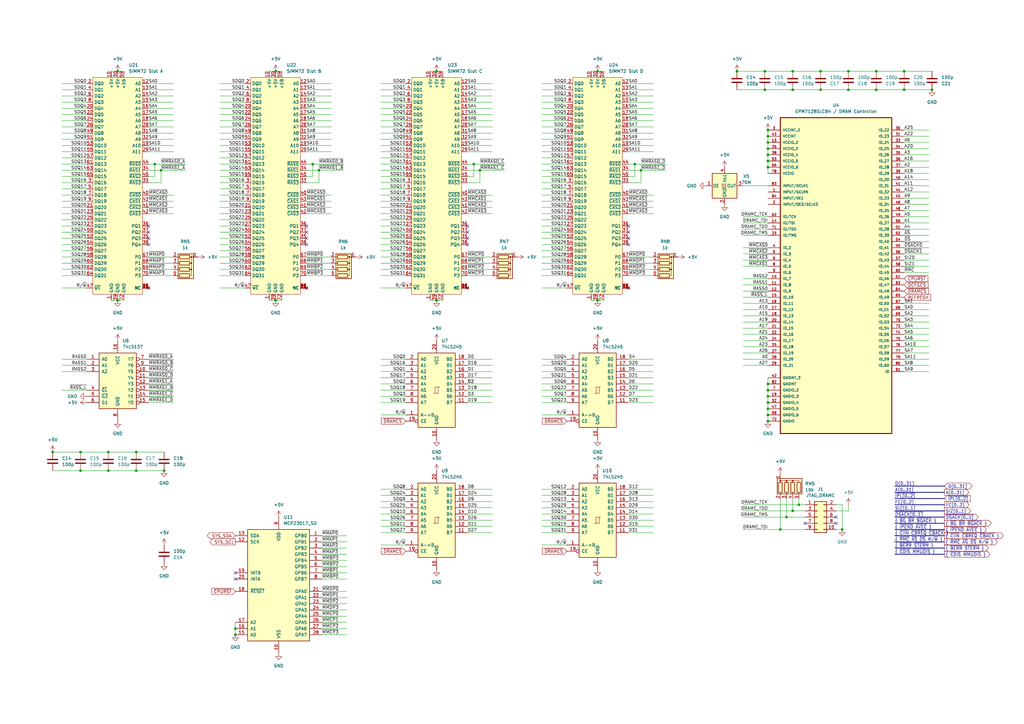
<source format=kicad_sch>
(kicad_sch (version 20230121) (generator eeschema)
  (paper "A3")
  (junction (at 325.12 209.55))
  (junction (at 314.96 58.42))
  (junction (at 179.07 29.21))
  (junction (at 48.26 123.19))
  (junction (at 67.31 193.04))
  (junction (at 96.52 257.81))
  (junction (at 314.96 165.1))
  (junction (at 130.81 69.85))
  (junction (at 382.27 36.83))
  (junction (at 196.85 69.85))
  (junction (at 113.03 123.19))
  (junction (at 314.96 66.04))
  (junction (at 128.27 67.31))
  (junction (at 113.03 29.21))
  (junction (at 314.96 60.96))
  (junction (at 336.55 29.21))
  (junction (at 194.31 67.31))
  (junction (at 314.96 53.34))
  (junction (at 327.66 207.01))
  (junction (at 262.89 69.85))
  (junction (at 320.04 217.17))
  (junction (at 314.96 55.88))
  (junction (at 314.96 63.5))
  (junction (at 314.96 157.48))
  (junction (at 96.52 260.35))
  (junction (at 359.41 36.83))
  (junction (at 33.02 185.42))
  (junction (at 314.96 160.02))
  (junction (at 325.12 36.83))
  (junction (at 21.59 185.42))
  (junction (at 245.11 29.21))
  (junction (at 66.04 69.85))
  (junction (at 314.96 162.56))
  (junction (at 347.98 36.83))
  (junction (at 314.96 167.64))
  (junction (at 302.26 29.21))
  (junction (at 313.69 29.21))
  (junction (at 63.5 67.31))
  (junction (at 325.12 29.21))
  (junction (at 55.88 185.42))
  (junction (at 48.26 29.21))
  (junction (at 314.96 170.18))
  (junction (at 260.35 67.31))
  (junction (at 245.11 123.19))
  (junction (at 322.58 212.09))
  (junction (at 370.84 36.83))
  (junction (at 359.41 29.21))
  (junction (at 345.44 217.17))
  (junction (at 347.98 29.21))
  (junction (at 314.96 68.58))
  (junction (at 314.96 172.72))
  (junction (at 336.55 36.83))
  (junction (at 44.45 185.42))
  (junction (at 370.84 29.21))
  (junction (at 55.88 193.04))
  (junction (at 179.07 123.19))
  (junction (at 313.69 36.83))
  (junction (at 44.45 193.04))
  (junction (at 33.02 193.04))
  (no_connect (at 191.77 100.33))
  (no_connect (at 330.2 214.63))
  (no_connect (at 125.73 118.11))
  (no_connect (at 60.96 95.25))
  (no_connect (at 257.81 95.25))
  (no_connect (at 257.81 92.71))
  (no_connect (at 60.96 92.71))
  (no_connect (at 191.77 92.71))
  (no_connect (at 125.73 92.71))
  (no_connect (at 125.73 97.79))
  (no_connect (at 125.73 100.33))
  (no_connect (at 191.77 97.79))
  (no_connect (at 60.96 97.79))
  (no_connect (at 257.81 118.11))
  (no_connect (at 342.9 212.09))
  (no_connect (at 60.96 118.11))
  (no_connect (at 60.96 100.33))
  (no_connect (at 96.52 237.49))
  (no_connect (at 191.77 95.25))
  (no_connect (at 96.52 234.95))
  (no_connect (at 342.9 214.63))
  (no_connect (at 125.73 95.25))
  (no_connect (at 191.77 118.11))
  (no_connect (at 257.81 97.79))
  (no_connect (at 257.81 100.33))
  (wire (pts (xy 304.8 139.7) (xy 314.96 139.7)))
  (wire (pts (xy 347.98 209.55) (xy 342.9 209.55)))
  (wire (pts (xy 90.17 105.41) (xy 100.33 105.41)))
  (wire (pts (xy 222.25 113.03) (xy 232.41 113.03)))
  (wire (pts (xy 257.81 72.39) (xy 260.35 72.39)))
  (wire (pts (xy 191.77 36.83) (xy 201.93 36.83)))
  (wire (pts (xy 125.73 57.15) (xy 135.89 57.15)))
  (wire (pts (xy 128.27 72.39) (xy 128.27 67.31)))
  (wire (pts (xy 314.96 165.1) (xy 314.96 167.64)))
  (wire (pts (xy 156.21 72.39) (xy 166.37 72.39)))
  (wire (pts (xy 156.21 170.18) (xy 166.37 170.18)))
  (wire (pts (xy 125.73 39.37) (xy 135.89 39.37)))
  (wire (pts (xy 327.66 207.01) (xy 330.2 207.01)))
  (bus (pts (xy 367.03 199.39) (xy 387.35 199.39)))
  (bus (pts (xy 367.03 219.71) (xy 387.35 219.71)))
  (wire (pts (xy 90.17 69.85) (xy 100.33 69.85)))
  (wire (pts (xy 132.08 237.49) (xy 142.24 237.49)))
  (wire (pts (xy 304.8 144.78) (xy 314.96 144.78)))
  (wire (pts (xy 304.8 209.55) (xy 325.12 209.55)))
  (wire (pts (xy 222.25 41.91) (xy 232.41 41.91)))
  (wire (pts (xy 45.72 29.21) (xy 48.26 29.21)))
  (wire (pts (xy 381 93.98) (xy 370.84 93.98)))
  (wire (pts (xy 60.96 147.32) (xy 71.12 147.32)))
  (wire (pts (xy 314.96 154.94) (xy 314.96 157.48)))
  (wire (pts (xy 25.4 87.63) (xy 35.56 87.63)))
  (wire (pts (xy 176.53 29.21) (xy 179.07 29.21)))
  (wire (pts (xy 132.08 242.57) (xy 142.24 242.57)))
  (wire (pts (xy 222.25 215.9) (xy 232.41 215.9)))
  (wire (pts (xy 156.21 85.09) (xy 166.37 85.09)))
  (wire (pts (xy 222.25 213.36) (xy 232.41 213.36)))
  (wire (pts (xy 267.97 200.66) (xy 257.81 200.66)))
  (wire (pts (xy 222.25 44.45) (xy 232.41 44.45)))
  (wire (pts (xy 304.8 124.46) (xy 314.96 124.46)))
  (wire (pts (xy 381 73.66) (xy 370.84 73.66)))
  (wire (pts (xy 66.04 74.93) (xy 60.96 74.93)))
  (wire (pts (xy 222.25 223.52) (xy 232.41 223.52)))
  (wire (pts (xy 222.25 64.77) (xy 232.41 64.77)))
  (wire (pts (xy 222.25 97.79) (xy 232.41 97.79)))
  (wire (pts (xy 381 63.5) (xy 370.84 63.5)))
  (bus (pts (xy 367.03 207.01) (xy 387.35 207.01)))
  (wire (pts (xy 156.21 223.52) (xy 166.37 223.52)))
  (wire (pts (xy 60.96 105.41) (xy 71.12 105.41)))
  (wire (pts (xy 60.96 160.02) (xy 71.12 160.02)))
  (wire (pts (xy 314.96 66.04) (xy 314.96 68.58)))
  (wire (pts (xy 35.56 160.02) (xy 25.4 160.02)))
  (wire (pts (xy 125.73 72.39) (xy 128.27 72.39)))
  (wire (pts (xy 125.73 44.45) (xy 135.89 44.45)))
  (wire (pts (xy 60.96 39.37) (xy 71.12 39.37)))
  (wire (pts (xy 257.81 105.41) (xy 267.97 105.41)))
  (wire (pts (xy 267.97 213.36) (xy 257.81 213.36)))
  (wire (pts (xy 25.4 41.91) (xy 35.56 41.91)))
  (wire (pts (xy 267.97 165.1) (xy 257.81 165.1)))
  (wire (pts (xy 156.21 215.9) (xy 166.37 215.9)))
  (wire (pts (xy 156.21 102.87) (xy 166.37 102.87)))
  (wire (pts (xy 201.93 162.56) (xy 191.77 162.56)))
  (wire (pts (xy 90.17 107.95) (xy 100.33 107.95)))
  (wire (pts (xy 90.17 62.23) (xy 100.33 62.23)))
  (wire (pts (xy 345.44 207.01) (xy 345.44 217.17)))
  (wire (pts (xy 222.25 59.69) (xy 232.41 59.69)))
  (wire (pts (xy 191.77 72.39) (xy 194.31 72.39)))
  (wire (pts (xy 110.49 123.19) (xy 113.03 123.19)))
  (wire (pts (xy 336.55 29.21) (xy 347.98 29.21)))
  (wire (pts (xy 325.12 204.47) (xy 325.12 209.55)))
  (wire (pts (xy 257.81 59.69) (xy 267.97 59.69)))
  (wire (pts (xy 132.08 250.19) (xy 142.24 250.19)))
  (wire (pts (xy 125.73 105.41) (xy 135.89 105.41)))
  (wire (pts (xy 60.96 36.83) (xy 71.12 36.83)))
  (bus (pts (xy 367.03 201.93) (xy 387.35 201.93)))
  (wire (pts (xy 222.25 67.31) (xy 232.41 67.31)))
  (bus (pts (xy 367.03 227.33) (xy 387.35 227.33)))
  (wire (pts (xy 90.17 52.07) (xy 100.33 52.07)))
  (wire (pts (xy 156.21 165.1) (xy 166.37 165.1)))
  (wire (pts (xy 156.21 57.15) (xy 166.37 57.15)))
  (wire (pts (xy 60.96 87.63) (xy 71.12 87.63)))
  (wire (pts (xy 132.08 234.95) (xy 142.24 234.95)))
  (wire (pts (xy 194.31 67.31) (xy 207.01 67.31)))
  (wire (pts (xy 222.25 39.37) (xy 232.41 39.37)))
  (wire (pts (xy 25.4 90.17) (xy 35.56 90.17)))
  (wire (pts (xy 132.08 257.81) (xy 142.24 257.81)))
  (wire (pts (xy 90.17 82.55) (xy 100.33 82.55)))
  (wire (pts (xy 156.21 213.36) (xy 166.37 213.36)))
  (wire (pts (xy 267.97 162.56) (xy 257.81 162.56)))
  (wire (pts (xy 245.11 123.19) (xy 247.65 123.19)))
  (wire (pts (xy 60.96 82.55) (xy 71.12 82.55)))
  (wire (pts (xy 125.73 87.63) (xy 135.89 87.63)))
  (wire (pts (xy 257.81 52.07) (xy 267.97 52.07)))
  (wire (pts (xy 191.77 57.15) (xy 201.93 57.15)))
  (wire (pts (xy 267.97 147.32) (xy 257.81 147.32)))
  (wire (pts (xy 156.21 59.69) (xy 166.37 59.69)))
  (wire (pts (xy 25.4 36.83) (xy 35.56 36.83)))
  (wire (pts (xy 222.25 74.93) (xy 232.41 74.93)))
  (wire (pts (xy 125.73 54.61) (xy 135.89 54.61)))
  (wire (pts (xy 25.4 113.03) (xy 35.56 113.03)))
  (wire (pts (xy 156.21 46.99) (xy 166.37 46.99)))
  (wire (pts (xy 96.52 257.81) (xy 96.52 260.35)))
  (wire (pts (xy 90.17 85.09) (xy 100.33 85.09)))
  (wire (pts (xy 156.21 44.45) (xy 166.37 44.45)))
  (wire (pts (xy 381 86.36) (xy 370.84 86.36)))
  (wire (pts (xy 314.96 58.42) (xy 314.96 60.96)))
  (wire (pts (xy 156.21 49.53) (xy 166.37 49.53)))
  (wire (pts (xy 25.4 102.87) (xy 35.56 102.87)))
  (wire (pts (xy 191.77 49.53) (xy 201.93 49.53)))
  (wire (pts (xy 257.81 82.55) (xy 267.97 82.55)))
  (wire (pts (xy 222.25 62.23) (xy 232.41 62.23)))
  (wire (pts (xy 201.93 147.32) (xy 191.77 147.32)))
  (wire (pts (xy 67.31 193.04) (xy 55.88 193.04)))
  (wire (pts (xy 381 104.14) (xy 370.84 104.14)))
  (wire (pts (xy 381 83.82) (xy 370.84 83.82)))
  (wire (pts (xy 156.21 208.28) (xy 166.37 208.28)))
  (wire (pts (xy 222.25 105.41) (xy 232.41 105.41)))
  (wire (pts (xy 60.96 52.07) (xy 71.12 52.07)))
  (wire (pts (xy 156.21 110.49) (xy 166.37 110.49)))
  (wire (pts (xy 90.17 41.91) (xy 100.33 41.91)))
  (wire (pts (xy 342.9 217.17) (xy 345.44 217.17)))
  (wire (pts (xy 125.73 67.31) (xy 128.27 67.31)))
  (wire (pts (xy 314.96 101.6) (xy 304.8 101.6)))
  (wire (pts (xy 222.25 152.4) (xy 232.41 152.4)))
  (wire (pts (xy 267.97 160.02) (xy 257.81 160.02)))
  (wire (pts (xy 191.77 41.91) (xy 201.93 41.91)))
  (wire (pts (xy 370.84 127) (xy 381 127)))
  (wire (pts (xy 25.4 82.55) (xy 35.56 82.55)))
  (wire (pts (xy 267.97 203.2) (xy 257.81 203.2)))
  (wire (pts (xy 314.96 106.68) (xy 304.8 106.68)))
  (wire (pts (xy 125.73 107.95) (xy 135.89 107.95)))
  (wire (pts (xy 257.81 107.95) (xy 267.97 107.95)))
  (wire (pts (xy 66.04 69.85) (xy 66.04 74.93)))
  (wire (pts (xy 55.88 193.04) (xy 44.45 193.04)))
  (wire (pts (xy 257.81 39.37) (xy 267.97 39.37)))
  (wire (pts (xy 60.96 154.94) (xy 71.12 154.94)))
  (wire (pts (xy 222.25 200.66) (xy 232.41 200.66)))
  (wire (pts (xy 60.96 110.49) (xy 71.12 110.49)))
  (wire (pts (xy 156.21 36.83) (xy 166.37 36.83)))
  (wire (pts (xy 381 111.76) (xy 370.84 111.76)))
  (wire (pts (xy 125.73 59.69) (xy 135.89 59.69)))
  (wire (pts (xy 25.4 46.99) (xy 35.56 46.99)))
  (wire (pts (xy 25.4 54.61) (xy 35.56 54.61)))
  (wire (pts (xy 222.25 170.18) (xy 232.41 170.18)))
  (wire (pts (xy 370.84 144.78) (xy 381 144.78)))
  (wire (pts (xy 35.56 149.86) (xy 25.4 149.86)))
  (wire (pts (xy 156.21 92.71) (xy 166.37 92.71)))
  (wire (pts (xy 304.8 142.24) (xy 314.96 142.24)))
  (wire (pts (xy 90.17 80.01) (xy 100.33 80.01)))
  (wire (pts (xy 267.97 208.28) (xy 257.81 208.28)))
  (wire (pts (xy 25.4 80.01) (xy 35.56 80.01)))
  (wire (pts (xy 304.8 207.01) (xy 327.66 207.01)))
  (wire (pts (xy 90.17 87.63) (xy 100.33 87.63)))
  (wire (pts (xy 130.81 69.85) (xy 140.97 69.85)))
  (wire (pts (xy 156.21 54.61) (xy 166.37 54.61)))
  (wire (pts (xy 381 58.42) (xy 370.84 58.42)))
  (wire (pts (xy 201.93 215.9) (xy 191.77 215.9)))
  (wire (pts (xy 314.96 170.18) (xy 314.96 172.72)))
  (wire (pts (xy 191.77 44.45) (xy 201.93 44.45)))
  (wire (pts (xy 90.17 54.61) (xy 100.33 54.61)))
  (wire (pts (xy 314.96 55.88) (xy 314.96 58.42)))
  (wire (pts (xy 130.81 74.93) (xy 125.73 74.93)))
  (wire (pts (xy 156.21 113.03) (xy 166.37 113.03)))
  (wire (pts (xy 90.17 102.87) (xy 100.33 102.87)))
  (wire (pts (xy 257.81 34.29) (xy 267.97 34.29)))
  (wire (pts (xy 201.93 165.1) (xy 191.77 165.1)))
  (wire (pts (xy 132.08 245.11) (xy 142.24 245.11)))
  (wire (pts (xy 381 101.6) (xy 370.84 101.6)))
  (wire (pts (xy 325.12 36.83) (xy 313.69 36.83)))
  (wire (pts (xy 191.77 39.37) (xy 201.93 39.37)))
  (wire (pts (xy 382.27 36.83) (xy 370.84 36.83)))
  (wire (pts (xy 304.8 129.54) (xy 314.96 129.54)))
  (wire (pts (xy 322.58 204.47) (xy 322.58 212.09)))
  (wire (pts (xy 381 53.34) (xy 370.84 53.34)))
  (wire (pts (xy 304.8 88.9) (xy 314.96 88.9)))
  (wire (pts (xy 314.96 157.48) (xy 314.96 160.02)))
  (wire (pts (xy 125.73 69.85) (xy 130.81 69.85)))
  (bus (pts (xy 367.03 209.55) (xy 387.35 209.55)))
  (wire (pts (xy 257.81 69.85) (xy 262.89 69.85)))
  (wire (pts (xy 314.96 119.38) (xy 304.8 119.38)))
  (wire (pts (xy 257.81 36.83) (xy 267.97 36.83)))
  (wire (pts (xy 304.8 96.52) (xy 314.96 96.52)))
  (wire (pts (xy 257.81 113.03) (xy 267.97 113.03)))
  (wire (pts (xy 60.96 41.91) (xy 71.12 41.91)))
  (wire (pts (xy 222.25 54.61) (xy 232.41 54.61)))
  (wire (pts (xy 201.93 200.66) (xy 191.77 200.66)))
  (wire (pts (xy 90.17 74.93) (xy 100.33 74.93)))
  (wire (pts (xy 257.81 110.49) (xy 267.97 110.49)))
  (wire (pts (xy 257.81 87.63) (xy 267.97 87.63)))
  (wire (pts (xy 381 99.06) (xy 370.84 99.06)))
  (wire (pts (xy 262.89 69.85) (xy 273.05 69.85)))
  (wire (pts (xy 156.21 62.23) (xy 166.37 62.23)))
  (wire (pts (xy 55.88 185.42) (xy 67.31 185.42)))
  (wire (pts (xy 25.4 95.25) (xy 35.56 95.25)))
  (wire (pts (xy 156.21 118.11) (xy 166.37 118.11)))
  (wire (pts (xy 60.96 49.53) (xy 71.12 49.53)))
  (wire (pts (xy 156.21 64.77) (xy 166.37 64.77)))
  (wire (pts (xy 60.96 113.03) (xy 71.12 113.03)))
  (wire (pts (xy 110.49 29.21) (xy 113.03 29.21)))
  (wire (pts (xy 90.17 90.17) (xy 100.33 90.17)))
  (wire (pts (xy 90.17 92.71) (xy 100.33 92.71)))
  (wire (pts (xy 201.93 149.86) (xy 191.77 149.86)))
  (wire (pts (xy 191.77 107.95) (xy 201.93 107.95)))
  (bus (pts (xy 367.03 212.09) (xy 387.35 212.09)))
  (wire (pts (xy 25.4 44.45) (xy 35.56 44.45)))
  (wire (pts (xy 156.21 87.63) (xy 166.37 87.63)))
  (wire (pts (xy 381 109.22) (xy 370.84 109.22)))
  (wire (pts (xy 96.52 255.27) (xy 96.52 257.81)))
  (wire (pts (xy 156.21 97.79) (xy 166.37 97.79)))
  (wire (pts (xy 267.97 157.48) (xy 257.81 157.48)))
  (wire (pts (xy 156.21 160.02) (xy 166.37 160.02)))
  (wire (pts (xy 25.4 74.93) (xy 35.56 74.93)))
  (wire (pts (xy 304.8 134.62) (xy 314.96 134.62)))
  (wire (pts (xy 191.77 52.07) (xy 201.93 52.07)))
  (wire (pts (xy 342.9 207.01) (xy 345.44 207.01)))
  (wire (pts (xy 113.03 123.19) (xy 115.57 123.19)))
  (wire (pts (xy 44.45 193.04) (xy 33.02 193.04)))
  (bus (pts (xy 367.03 217.17) (xy 387.35 217.17)))
  (wire (pts (xy 125.73 110.49) (xy 135.89 110.49)))
  (wire (pts (xy 222.25 72.39) (xy 232.41 72.39)))
  (wire (pts (xy 90.17 49.53) (xy 100.33 49.53)))
  (wire (pts (xy 314.96 68.58) (xy 314.96 71.12)))
  (wire (pts (xy 222.25 157.48) (xy 232.41 157.48)))
  (wire (pts (xy 125.73 36.83) (xy 135.89 36.83)))
  (wire (pts (xy 132.08 219.71) (xy 142.24 219.71)))
  (wire (pts (xy 90.17 97.79) (xy 100.33 97.79)))
  (wire (pts (xy 222.25 154.94) (xy 232.41 154.94)))
  (wire (pts (xy 132.08 222.25) (xy 142.24 222.25)))
  (wire (pts (xy 90.17 118.11) (xy 100.33 118.11)))
  (wire (pts (xy 222.25 52.07) (xy 232.41 52.07)))
  (wire (pts (xy 381 106.68) (xy 370.84 106.68)))
  (wire (pts (xy 191.77 80.01) (xy 201.93 80.01)))
  (wire (pts (xy 191.77 62.23) (xy 201.93 62.23)))
  (wire (pts (xy 381 60.96) (xy 370.84 60.96)))
  (wire (pts (xy 21.59 185.42) (xy 33.02 185.42)))
  (wire (pts (xy 257.81 74.93) (xy 262.89 74.93)))
  (wire (pts (xy 257.81 67.31) (xy 260.35 67.31)))
  (wire (pts (xy 191.77 110.49) (xy 201.93 110.49)))
  (wire (pts (xy 267.97 215.9) (xy 257.81 215.9)))
  (wire (pts (xy 196.85 74.93) (xy 196.85 69.85)))
  (wire (pts (xy 314.96 60.96) (xy 314.96 63.5)))
  (wire (pts (xy 381 71.12) (xy 370.84 71.12)))
  (wire (pts (xy 267.97 210.82) (xy 257.81 210.82)))
  (wire (pts (xy 132.08 247.65) (xy 142.24 247.65)))
  (wire (pts (xy 222.25 92.71) (xy 232.41 92.71)))
  (wire (pts (xy 222.25 100.33) (xy 232.41 100.33)))
  (wire (pts (xy 201.93 154.94) (xy 191.77 154.94)))
  (wire (pts (xy 25.4 69.85) (xy 35.56 69.85)))
  (wire (pts (xy 90.17 95.25) (xy 100.33 95.25)))
  (wire (pts (xy 370.84 134.62) (xy 381 134.62)))
  (wire (pts (xy 156.21 218.44) (xy 166.37 218.44)))
  (wire (pts (xy 90.17 39.37) (xy 100.33 39.37)))
  (wire (pts (xy 327.66 204.47) (xy 327.66 207.01)))
  (wire (pts (xy 60.96 46.99) (xy 71.12 46.99)))
  (wire (pts (xy 25.4 107.95) (xy 35.56 107.95)))
  (wire (pts (xy 191.77 69.85) (xy 196.85 69.85)))
  (wire (pts (xy 222.25 110.49) (xy 232.41 110.49)))
  (wire (pts (xy 325.12 29.21) (xy 336.55 29.21)))
  (wire (pts (xy 25.4 52.07) (xy 35.56 52.07)))
  (wire (pts (xy 63.5 67.31) (xy 76.2 67.31)))
  (wire (pts (xy 260.35 72.39) (xy 260.35 67.31)))
  (wire (pts (xy 48.26 29.21) (xy 50.8 29.21)))
  (wire (pts (xy 313.69 29.21) (xy 325.12 29.21)))
  (wire (pts (xy 191.77 82.55) (xy 201.93 82.55)))
  (wire (pts (xy 125.73 34.29) (xy 135.89 34.29)))
  (wire (pts (xy 370.84 36.83) (xy 359.41 36.83)))
  (wire (pts (xy 156.21 210.82) (xy 166.37 210.82)))
  (wire (pts (xy 381 55.88) (xy 370.84 55.88)))
  (wire (pts (xy 60.96 67.31) (xy 63.5 67.31)))
  (wire (pts (xy 90.17 57.15) (xy 100.33 57.15)))
  (wire (pts (xy 359.41 29.21) (xy 370.84 29.21)))
  (wire (pts (xy 156.21 105.41) (xy 166.37 105.41)))
  (wire (pts (xy 125.73 46.99) (xy 135.89 46.99)))
  (wire (pts (xy 257.81 62.23) (xy 267.97 62.23)))
  (wire (pts (xy 257.81 57.15) (xy 267.97 57.15)))
  (wire (pts (xy 191.77 87.63) (xy 201.93 87.63)))
  (wire (pts (xy 90.17 100.33) (xy 100.33 100.33)))
  (wire (pts (xy 90.17 36.83) (xy 100.33 36.83)))
  (wire (pts (xy 222.25 218.44) (xy 232.41 218.44)))
  (wire (pts (xy 262.89 74.93) (xy 262.89 69.85)))
  (bus (pts (xy 367.03 214.63) (xy 387.35 214.63)))
  (wire (pts (xy 304.8 91.44) (xy 314.96 91.44)))
  (wire (pts (xy 156.21 152.4) (xy 166.37 152.4)))
  (wire (pts (xy 201.93 210.82) (xy 191.77 210.82)))
  (wire (pts (xy 48.26 123.19) (xy 50.8 123.19)))
  (wire (pts (xy 179.07 29.21) (xy 181.61 29.21)))
  (wire (pts (xy 304.8 127) (xy 314.96 127)))
  (wire (pts (xy 25.4 62.23) (xy 35.56 62.23)))
  (wire (pts (xy 60.96 162.56) (xy 71.12 162.56)))
  (wire (pts (xy 381 91.44) (xy 370.84 91.44)))
  (wire (pts (xy 25.4 118.11) (xy 35.56 118.11)))
  (wire (pts (xy 191.77 113.03) (xy 201.93 113.03)))
  (bus (pts (xy 367.03 222.25) (xy 387.35 222.25)))
  (wire (pts (xy 222.25 102.87) (xy 232.41 102.87)))
  (wire (pts (xy 125.73 82.55) (xy 135.89 82.55)))
  (wire (pts (xy 132.08 229.87) (xy 142.24 229.87)))
  (wire (pts (xy 222.25 149.86) (xy 232.41 149.86)))
  (wire (pts (xy 381 81.28) (xy 370.84 81.28)))
  (wire (pts (xy 60.96 34.29) (xy 71.12 34.29)))
  (wire (pts (xy 257.81 85.09) (xy 267.97 85.09)))
  (wire (pts (xy 60.96 149.86) (xy 71.12 149.86)))
  (wire (pts (xy 156.21 80.01) (xy 166.37 80.01)))
  (wire (pts (xy 156.21 200.66) (xy 166.37 200.66)))
  (wire (pts (xy 194.31 72.39) (xy 194.31 67.31)))
  (wire (pts (xy 90.17 59.69) (xy 100.33 59.69)))
  (wire (pts (xy 90.17 34.29) (xy 100.33 34.29)))
  (wire (pts (xy 156.21 34.29) (xy 166.37 34.29)))
  (wire (pts (xy 156.21 205.74) (xy 166.37 205.74)))
  (wire (pts (xy 222.25 160.02) (xy 232.41 160.02)))
  (wire (pts (xy 60.96 72.39) (xy 63.5 72.39)))
  (wire (pts (xy 156.21 90.17) (xy 166.37 90.17)))
  (wire (pts (xy 35.56 147.32) (xy 25.4 147.32)))
  (wire (pts (xy 90.17 110.49) (xy 100.33 110.49)))
  (wire (pts (xy 314.96 116.84) (xy 304.8 116.84)))
  (wire (pts (xy 156.21 67.31) (xy 166.37 67.31)))
  (wire (pts (xy 222.25 69.85) (xy 232.41 69.85)))
  (wire (pts (xy 267.97 152.4) (xy 257.81 152.4)))
  (wire (pts (xy 304.8 147.32) (xy 314.96 147.32)))
  (wire (pts (xy 130.81 69.85) (xy 130.81 74.93)))
  (wire (pts (xy 322.58 212.09) (xy 330.2 212.09)))
  (wire (pts (xy 25.4 39.37) (xy 35.56 39.37)))
  (wire (pts (xy 25.4 59.69) (xy 35.56 59.69)))
  (wire (pts (xy 201.93 152.4) (xy 191.77 152.4)))
  (wire (pts (xy 60.96 57.15) (xy 71.12 57.15)))
  (wire (pts (xy 381 66.04) (xy 370.84 66.04)))
  (wire (pts (xy 370.84 129.54) (xy 381 129.54)))
  (wire (pts (xy 191.77 54.61) (xy 201.93 54.61)))
  (wire (pts (xy 222.25 165.1) (xy 232.41 165.1)))
  (wire (pts (xy 44.45 185.42) (xy 55.88 185.42)))
  (wire (pts (xy 314.96 162.56) (xy 314.96 165.1)))
  (wire (pts (xy 257.81 44.45) (xy 267.97 44.45)))
  (wire (pts (xy 222.25 82.55) (xy 232.41 82.55)))
  (wire (pts (xy 222.25 118.11) (xy 232.41 118.11)))
  (wire (pts (xy 90.17 67.31) (xy 100.33 67.31)))
  (wire (pts (xy 370.84 139.7) (xy 381 139.7)))
  (wire (pts (xy 222.25 210.82) (xy 232.41 210.82)))
  (wire (pts (xy 60.96 85.09) (xy 71.12 85.09)))
  (wire (pts (xy 60.96 44.45) (xy 71.12 44.45)))
  (wire (pts (xy 347.98 207.01) (xy 347.98 209.55)))
  (wire (pts (xy 267.97 205.74) (xy 257.81 205.74)))
  (wire (pts (xy 156.21 107.95) (xy 166.37 107.95)))
  (wire (pts (xy 245.11 29.21) (xy 247.65 29.21)))
  (wire (pts (xy 128.27 67.31) (xy 140.97 67.31)))
  (wire (pts (xy 35.56 152.4) (xy 25.4 152.4)))
  (wire (pts (xy 314.96 167.64) (xy 314.96 170.18)))
  (wire (pts (xy 125.73 49.53) (xy 135.89 49.53)))
  (wire (pts (xy 125.73 80.01) (xy 135.89 80.01)))
  (wire (pts (xy 25.4 100.33) (xy 35.56 100.33)))
  (wire (pts (xy 336.55 36.83) (xy 325.12 36.83)))
  (wire (pts (xy 132.08 255.27) (xy 142.24 255.27)))
  (wire (pts (xy 201.93 157.48) (xy 191.77 157.48)))
  (wire (pts (xy 320.04 217.17) (xy 330.2 217.17)))
  (wire (pts (xy 222.25 36.83) (xy 232.41 36.83)))
  (wire (pts (xy 304.8 149.86) (xy 314.96 149.86)))
  (wire (pts (xy 302.26 29.21) (xy 313.69 29.21)))
  (wire (pts (xy 156.21 74.93) (xy 166.37 74.93)))
  (wire (pts (xy 156.21 69.85) (xy 166.37 69.85)))
  (wire (pts (xy 304.8 93.98) (xy 314.96 93.98)))
  (wire (pts (xy 191.77 74.93) (xy 196.85 74.93)))
  (wire (pts (xy 314.96 53.34) (xy 314.96 55.88)))
  (wire (pts (xy 156.21 147.32) (xy 166.37 147.32)))
  (bus (pts (xy 367.03 224.79) (xy 387.35 224.79)))
  (wire (pts (xy 196.85 69.85) (xy 207.01 69.85)))
  (wire (pts (xy 370.84 142.24) (xy 381 142.24)))
  (wire (pts (xy 60.96 62.23) (xy 71.12 62.23)))
  (wire (pts (xy 304.8 217.17) (xy 320.04 217.17)))
  (wire (pts (xy 156.21 149.86) (xy 166.37 149.86)))
  (wire (pts (xy 347.98 29.21) (xy 359.41 29.21)))
  (wire (pts (xy 314.96 104.14) (xy 304.8 104.14)))
  (wire (pts (xy 33.02 193.04) (xy 21.59 193.04)))
  (wire (pts (xy 201.93 160.02) (xy 191.77 160.02)))
  (wire (pts (xy 90.17 44.45) (xy 100.33 44.45)))
  (wire (pts (xy 176.53 123.19) (xy 179.07 123.19)))
  (wire (pts (xy 125.73 41.91) (xy 135.89 41.91)))
  (wire (pts (xy 325.12 209.55) (xy 330.2 209.55)))
  (wire (pts (xy 90.17 113.03) (xy 100.33 113.03)))
  (wire (pts (xy 222.25 87.63) (xy 232.41 87.63)))
  (wire (pts (xy 90.17 46.99) (xy 100.33 46.99)))
  (wire (pts (xy 125.73 113.03) (xy 135.89 113.03)))
  (wire (pts (xy 90.17 77.47) (xy 100.33 77.47)))
  (wire (pts (xy 314.96 63.5) (xy 314.96 66.04)))
  (wire (pts (xy 60.96 165.1) (xy 71.12 165.1)))
  (wire (pts (xy 179.07 123.19) (xy 181.61 123.19)))
  (wire (pts (xy 132.08 252.73) (xy 142.24 252.73)))
  (wire (pts (xy 63.5 72.39) (xy 63.5 67.31)))
  (wire (pts (xy 222.25 80.01) (xy 232.41 80.01)))
  (wire (pts (xy 267.97 149.86) (xy 257.81 149.86)))
  (wire (pts (xy 257.81 54.61) (xy 267.97 54.61)))
  (wire (pts (xy 156.21 154.94) (xy 166.37 154.94)))
  (wire (pts (xy 25.4 49.53) (xy 35.56 49.53)))
  (wire (pts (xy 132.08 227.33) (xy 142.24 227.33)))
  (wire (pts (xy 25.4 67.31) (xy 35.56 67.31)))
  (wire (pts (xy 304.8 212.09) (xy 322.58 212.09)))
  (wire (pts (xy 304.8 132.08) (xy 314.96 132.08)))
  (wire (pts (xy 222.25 46.99) (xy 232.41 46.99)))
  (wire (pts (xy 222.25 147.32) (xy 232.41 147.32)))
  (wire (pts (xy 222.25 203.2) (xy 232.41 203.2)))
  (wire (pts (xy 381 78.74) (xy 370.84 78.74)))
  (wire (pts (xy 370.84 152.4) (xy 381 152.4)))
  (wire (pts (xy 314.96 121.92) (xy 304.8 121.92)))
  (wire (pts (xy 370.84 29.21) (xy 382.27 29.21)))
  (wire (pts (xy 222.25 208.28) (xy 232.41 208.28)))
  (wire (pts (xy 25.4 34.29) (xy 35.56 34.29)))
  (wire (pts (xy 347.98 36.83) (xy 336.55 36.83)))
  (wire (pts (xy 25.4 92.71) (xy 35.56 92.71)))
  (wire (pts (xy 156.21 95.25) (xy 166.37 95.25)))
  (wire (pts (xy 191.77 85.09) (xy 201.93 85.09)))
  (wire (pts (xy 222.25 57.15) (xy 232.41 57.15)))
  (wire (pts (xy 25.4 57.15) (xy 35.56 57.15)))
  (wire (pts (xy 132.08 260.35) (xy 142.24 260.35)))
  (wire (pts (xy 370.84 124.46) (xy 381 124.46)))
  (wire (pts (xy 257.81 41.91) (xy 267.97 41.91)))
  (wire (pts (xy 156.21 82.55) (xy 166.37 82.55)))
  (wire (pts (xy 132.08 232.41) (xy 142.24 232.41)))
  (wire (pts (xy 25.4 72.39) (xy 35.56 72.39)))
  (wire (pts (xy 304.8 76.2) (xy 314.96 76.2)))
  (wire (pts (xy 222.25 49.53) (xy 232.41 49.53)))
  (wire (pts (xy 45.72 123.19) (xy 48.26 123.19)))
  (wire (pts (xy 242.57 123.19) (xy 245.11 123.19)))
  (wire (pts (xy 257.81 49.53) (xy 267.97 49.53)))
  (wire (pts (xy 314.96 109.22) (xy 304.8 109.22)))
  (wire (pts (xy 90.17 72.39) (xy 100.33 72.39)))
  (wire (pts (xy 125.73 85.09) (xy 135.89 85.09)))
  (wire (pts (xy 381 68.58) (xy 370.84 68.58)))
  (wire (pts (xy 156.21 157.48) (xy 166.37 157.48)))
  (wire (pts (xy 90.17 64.77) (xy 100.33 64.77)))
  (wire (pts (xy 201.93 213.36) (xy 191.77 213.36)))
  (wire (pts (xy 370.84 132.08) (xy 381 132.08)))
  (wire (pts (xy 60.96 69.85) (xy 66.04 69.85)))
  (bus (pts (xy 367.03 204.47) (xy 387.35 204.47)))
  (wire (pts (xy 201.93 218.44) (xy 191.77 218.44)))
  (wire (pts (xy 257.81 80.01) (xy 267.97 80.01)))
  (wire (pts (xy 222.25 162.56) (xy 232.41 162.56)))
  (wire (pts (xy 222.25 205.74) (xy 232.41 205.74)))
  (wire (pts (xy 156.21 162.56) (xy 166.37 162.56)))
  (wire (pts (xy 156.21 52.07) (xy 166.37 52.07)))
  (wire (pts (xy 60.96 107.95) (xy 71.12 107.95)))
  (wire (pts (xy 191.77 46.99) (xy 201.93 46.99)))
  (wire (pts (xy 320.04 204.47) (xy 320.04 217.17)))
  (wire (pts (xy 156.21 100.33) (xy 166.37 100.33)))
  (wire (pts (xy 156.21 39.37) (xy 166.37 39.37)))
  (wire (pts (xy 381 76.2) (xy 370.84 76.2)))
  (wire (pts (xy 25.4 64.77) (xy 35.56 64.77)))
  (wire (pts (xy 242.57 29.21) (xy 245.11 29.21)))
  (wire (pts (xy 381 88.9) (xy 370.84 88.9)))
  (wire (pts (xy 222.25 95.25) (xy 232.41 95.25)))
  (wire (pts (xy 370.84 137.16) (xy 381 137.16)))
  (wire (pts (xy 156.21 41.91) (xy 166.37 41.91)))
  (wire (pts (xy 25.4 97.79) (xy 35.56 97.79)))
  (wire (pts (xy 370.84 147.32) (xy 381 147.32)))
  (wire (pts (xy 191.77 67.31) (xy 194.31 67.31)))
  (wire (pts (xy 33.02 185.42) (xy 44.45 185.42)))
  (wire (pts (xy 222.25 77.47) (xy 232.41 77.47)))
  (wire (pts (xy 359.41 36.83) (xy 347.98 36.83)))
  (wire (pts (xy 25.4 105.41) (xy 35.56 105.41)))
  (wire (pts (xy 304.8 137.16) (xy 314.96 137.16)))
  (wire (pts (xy 201.93 205.74) (xy 191.77 205.74)))
  (wire (pts (xy 222.25 85.09) (xy 232.41 85.09)))
  (wire (pts (xy 25.4 77.47) (xy 35.56 77.47)))
  (wire (pts (xy 25.4 110.49) (xy 35.56 110.49)))
  (wire (pts (xy 370.84 149.86) (xy 381 149.86)))
  (wire (pts (xy 267.97 218.44) (xy 257.81 218.44)))
  (wire (pts (xy 191.77 34.29) (xy 201.93 34.29)))
  (wire (pts (xy 25.4 85.09) (xy 35.56 85.09)))
  (wire (pts (xy 60.96 54.61) (xy 71.12 54.61)))
  (wire (pts (xy 222.25 107.95) (xy 232.41 107.95)))
  (wire (pts (xy 66.04 69.85) (xy 76.2 69.85)))
  (wire (pts (xy 314.96 160.02) (xy 314.96 162.56)))
  (wire (pts (xy 191.77 59.69) (xy 201.93 59.69)))
  (wire (pts (xy 156.21 77.47) (xy 166.37 77.47)))
  (wire (pts (xy 125.73 62.23) (xy 135.89 62.23)))
  (wire (pts (xy 132.08 224.79) (xy 142.24 224.79)))
  (wire (pts (xy 60.96 152.4) (xy 71.12 152.4)))
  (wire (pts (xy 313.69 36.83) (xy 302.26 36.83)))
  (wire (pts (xy 222.25 34.29) (xy 232.41 34.29)))
  (wire (pts (xy 201.93 208.28) (xy 191.77 208.28)))
  (wire (pts (xy 125.73 52.07) (xy 135.89 52.07)))
  (wire (pts (xy 60.96 80.01) (xy 71.12 80.01)))
  (wire (pts (xy 260.35 67.31) (xy 273.05 67.31)))
  (wire (pts (xy 113.03 29.21) (xy 115.57 29.21)))
  (wire (pts (xy 314.96 114.3) (xy 304.8 114.3)))
  (wire (pts (xy 156.21 203.2) (xy 166.37 203.2)))
  (wire (pts (xy 222.25 90.17) (xy 232.41 90.17)))
  (wire (pts (xy 191.77 105.41) (xy 201.93 105.41)))
  (wire (pts (xy 60.96 59.69) (xy 71.12 59.69)))
  (wire (pts (xy 201.93 203.2) (xy 191.77 203.2)))
  (wire (pts (xy 267.97 154.94) (xy 257.81 154.94)))
  (wire (pts (xy 381 96.52) (xy 370.84 96.52)))
  (wire (pts (xy 60.96 157.48) (xy 71.12 157.48)))
  (wire (pts (xy 257.81 46.99) (xy 267.97 46.99)))
  (label "SDQ17" (at 100.33 77.47 180))
  (label "SA5" (at 125.73 46.99 0))
  (label "~{MMCAS2}" (at 125.73 85.09 0))
  (label "SDQ29" (at 100.33 107.95 180))
  (label "D10" (at 191.77 210.82 0))
  (label "~{MMDP2}" (at 132.08 247.65 0))
  (label "SA9" (at 370.84 152.4 0))
  (label "SA0" (at 125.73 34.29 0))
  (label "SDQ2" (at 232.41 39.37 180))
  (label "~{MMRAS0_B}" (at 130.81 67.31 0))
  (label "D22" (at 257.81 160.02 0))
  (label "{ ~{RMC} ~{AS} ~{DS} R{slash}~{W} }" (at 367.03 222.25 0))
  (label "SDQ12" (at 166.37 64.77 180))
  (label "A1" (at 370.84 91.44 0))
  (label "SDQ0" (at 232.41 34.29 180))
  (label "SDQ20" (at 232.41 149.86 180))
  (label "SDQ5" (at 232.41 152.4 180))
  (label "SDQ9" (at 166.37 57.15 180))
  (label "D23" (at 257.81 165.1 0))
  (label "SA5" (at 257.81 46.99 0))
  (label "SDQ1" (at 232.41 36.83 180))
  (label "SDQ31" (at 166.37 113.03 180))
  (label "~{MMCAS1}" (at 257.81 82.55 0))
  (label "~{MMCAS0}" (at 257.81 80.01 0))
  (label "SDQ21" (at 232.41 87.63 180))
  (label "A13" (at 314.96 124.46 180))
  (label "SDQ3" (at 232.41 41.91 180))
  (label "D8" (at 191.77 200.66 0))
  (label "D17" (at 191.77 154.94 0))
  (label "~{MMDP2}" (at 257.81 110.49 0))
  (label "SDQ28" (at 232.41 203.2 180))
  (label "~{MMAP0}" (at 132.08 219.71 0))
  (label "DRAMC_TMS" (at 314.96 96.52 180))
  (label "SDQ25" (at 232.41 97.79 180))
  (label "~{MMCAS2}" (at 60.96 85.09 0))
  (label "SA8" (at 125.73 54.61 0))
  (label "SA1" (at 191.77 36.83 0))
  (label "A14" (at 370.84 73.66 0))
  (label "SDQ23" (at 232.41 165.1 180))
  (label "R{slash}~{W}" (at 166.37 118.11 180))
  (label "SDQ15" (at 100.33 72.39 180))
  (label "SDQ13" (at 232.41 67.31 180))
  (label "SA11" (at 191.77 62.23 0))
  (label "D2" (at 191.77 157.48 0))
  (label "A21" (at 314.96 137.16 180))
  (label "SDQ1" (at 166.37 152.4 180))
  (label "SDQ19" (at 232.41 82.55 180))
  (label "SA11" (at 370.84 147.32 0))
  (label "~{MMCAS1}" (at 314.96 109.22 180))
  (label "SDQ2" (at 35.56 39.37 180))
  (label "~{MMCAS1}" (at 125.73 82.55 0))
  (label "~{MMDP0}" (at 257.81 105.41 0))
  (label "SA4" (at 191.77 44.45 0))
  (label "~{MMCP1}" (at 191.77 107.95 0))
  (label "SA0" (at 60.96 34.29 0))
  (label "SDQ10" (at 232.41 59.69 180))
  (label "SDQ0" (at 35.56 34.29 180))
  (label "R{slash}~{W}" (at 35.56 118.11 180))
  (label "~{MMRAS0_D}" (at 262.89 67.31 0))
  (label "SDQ6" (at 232.41 157.48 180))
  (label "D5" (at 257.81 152.4 0))
  (label "~{RASS_L}" (at 35.56 160.02 180))
  (label "~{MMBP1}" (at 125.73 107.95 0))
  (label "SA10" (at 191.77 59.69 0))
  (label "SDQ22" (at 35.56 90.17 180))
  (label "SDQ3" (at 166.37 41.91 180))
  (label "SDQ17" (at 166.37 154.94 180))
  (label "SA2" (at 60.96 39.37 0))
  (label "R{slash}~{W}" (at 232.41 170.18 180))
  (label "~{MMCP2}" (at 191.77 110.49 0))
  (label "~{MMCAS0}" (at 314.96 101.6 180))
  (label "SDQ27" (at 100.33 102.87 180))
  (label "SDQ0" (at 100.33 34.29 180))
  (label "SDQ15" (at 232.41 72.39 180))
  (label "~{MMCAS3}" (at 125.73 87.63 0))
  (label "DRAMC_TMS" (at 314.96 212.09 180))
  (label "SA7" (at 370.84 144.78 0))
  (label "SDQ7" (at 232.41 52.07 180))
  (label "SIZ[0..1]" (at 367.03 209.55 0))
  (label "D30" (at 257.81 213.36 0))
  (label "SA6" (at 125.73 49.53 0))
  (label "SDQ16" (at 232.41 74.93 180))
  (label "SA2" (at 191.77 39.37 0))
  (label "SA7" (at 125.73 52.07 0))
  (label "~{MMRAS1_C}" (at 196.85 69.85 0))
  (label "SDQ23" (at 100.33 92.71 180))
  (label "SDQ6" (at 232.41 49.53 180))
  (label "SDQ3" (at 166.37 162.56 180))
  (label "SDQ31" (at 100.33 113.03 180))
  (label "D0" (at 191.77 147.32 0))
  (label "SA4" (at 370.84 134.62 0))
  (label "SDQ19" (at 100.33 82.55 180))
  (label "DRAMC_TDO" (at 314.96 93.98 180))
  (label "~{MMCAS3}" (at 60.96 87.63 0))
  (label "A[0..31]" (at 367.03 201.93 0))
  (label "SDQ22" (at 166.37 90.17 180))
  (label "SDQ19" (at 166.37 82.55 180))
  (label "{ ~{BG} ~{BR} ~{BGACK} }" (at 367.03 214.63 0))
  (label "SDQ30" (at 166.37 110.49 180))
  (label "SDQ26" (at 166.37 100.33 180))
  (label "~{MMBP3}" (at 132.08 229.87 0))
  (label "FC[0..2]" (at 367.03 207.01 0))
  (label "SDQ11" (at 166.37 215.9 180))
  (label "SA1" (at 125.73 36.83 0))
  (label "SDQ8" (at 166.37 200.66 180))
  (label "SA4" (at 125.73 44.45 0))
  (label "D6" (at 257.81 157.48 0))
  (label "DRAMC_TDI" (at 314.96 91.44 180))
  (label "SDQ13" (at 166.37 67.31 180))
  (label "SDQ18" (at 232.41 80.01 180))
  (label "SA10" (at 370.84 142.24 0))
  (label "A24" (at 314.96 139.7 180))
  (label "A19" (at 314.96 132.08 180))
  (label "SDQ13" (at 35.56 67.31 180))
  (label "{ ~{BERR} ~{STERM} }" (at 367.03 224.79 0))
  (label "~{DSACK0}" (at 370.84 101.6 0))
  (label "SA6" (at 191.77 49.53 0))
  (label "SA8" (at 60.96 54.61 0))
  (label "SDQ10" (at 166.37 210.82 180))
  (label "D12" (at 257.81 200.66 0))
  (label "SDQ17" (at 232.41 77.47 180))
  (label "SDQ2" (at 166.37 39.37 180))
  (label "A4" (at 370.84 93.98 0))
  (label "SDQ24" (at 166.37 95.25 180))
  (label "SA1" (at 60.96 36.83 0))
  (label "SDQ23" (at 232.41 92.71 180))
  (label "~{MMDP3}" (at 132.08 250.19 0))
  (label "SA6" (at 60.96 49.53 0))
  (label "D21" (at 257.81 154.94 0))
  (label "~{MMRAS0_C}" (at 60.96 152.4 0))
  (label "SDQ8" (at 166.37 54.61 180))
  (label "SDQ4" (at 35.56 44.45 180))
  (label "SA3" (at 191.77 41.91 0))
  (label "SA8" (at 370.84 149.86 0))
  (label "SA7" (at 191.77 52.07 0))
  (label "SDQ13" (at 232.41 205.74 180))
  (label "SA5" (at 370.84 137.16 0))
  (label "SA10" (at 257.81 59.69 0))
  (label "SDQ24" (at 100.33 95.25 180))
  (label "R{slash}~{W}" (at 100.33 118.11 180))
  (label "SDQ23" (at 35.56 92.71 180))
  (label "~{MMAP2}" (at 60.96 110.49 0))
  (label "SDQ20" (at 35.56 85.09 180))
  (label "SDQ14" (at 166.37 69.85 180))
  (label "~{RASS_L}" (at 314.96 121.92 180))
  (label "~{MMBP2}" (at 125.73 110.49 0))
  (label "SDQ17" (at 35.56 77.47 180))
  (label "A5" (at 370.84 88.9 0))
  (label "SDQ11" (at 100.33 62.23 180))
  (label "SDQ18" (at 35.56 80.01 180))
  (label "SA0" (at 191.77 34.29 0))
  (label "A22" (at 370.84 55.88 0))
  (label "SDQ21" (at 166.37 87.63 180))
  (label "R{slash}~{W}" (at 232.41 118.11 180))
  (label "~{MMCAS2}" (at 191.77 85.09 0))
  (label "SDQ27" (at 166.37 218.44 180))
  (label "SA4" (at 60.96 44.45 0))
  (label "SDQ23" (at 166.37 92.71 180))
  (label "~{MMRAS1_A}" (at 66.04 69.85 0))
  (label "SDQ10" (at 166.37 59.69 180))
  (label "~{DS}" (at 370.84 99.06 0))
  (label "~{MMCAS3}" (at 191.77 87.63 0))
  (label "A18" (at 370.84 71.12 0))
  (label "A20" (at 370.84 60.96 0))
  (label "~{MMBP0}" (at 125.73 105.41 0))
  (label "~{AS}" (at 370.84 96.52 0))
  (label "SA4" (at 257.81 44.45 0))
  (label "D29" (at 257.81 208.28 0))
  (label "D24" (at 191.77 203.2 0))
  (label "SDQ11" (at 166.37 62.23 180))
  (label "A10" (at 314.96 127 180))
  (label "~{MMAP1}" (at 60.96 107.95 0))
  (label "R{slash}~{W}" (at 232.41 223.52 180))
  (label "SDQ14" (at 232.41 210.82 180))
  (label "~{MMCP2}" (at 132.08 257.81 0))
  (label "SDQ12" (at 232.41 200.66 180))
  (label "~{MMRAS1_D}" (at 262.89 69.85 0))
  (label "SA0" (at 370.84 127 0))
  (label "SA9" (at 125.73 57.15 0))
  (label "A8" (at 370.84 83.82 0))
  (label "SDQ12" (at 232.41 64.77 180))
  (label "SA3" (at 370.84 132.08 0))
  (label "SA9" (at 257.81 57.15 0))
  (label "SDQ8" (at 35.56 54.61 180))
  (label "SDQ1" (at 100.33 36.83 180))
  (label "~{MMRAS0_A}" (at 60.96 147.32 0))
  (label "SDQ5" (at 232.41 46.99 180))
  (label "~{IPL[0..2]}" (at 367.03 204.47 0))
  (label "SDQ20" (at 100.33 85.09 180))
  (label "SA5" (at 60.96 46.99 0))
  (label "SDQ29" (at 232.41 208.28 180))
  (label "SDQ26" (at 100.33 100.33 180))
  (label "SA1" (at 257.81 36.83 0))
  (label "SA0" (at 257.81 34.29 0))
  (label "~{MMCAS2}" (at 257.81 85.09 0))
  (label "DRAMC_TCK" (at 314.96 88.9 180))
  (label "D4" (at 257.81 147.32 0))
  (label "~{DSACK1}" (at 370.84 104.14 0))
  (label "~{DSACK[0..1]}" (at 367.03 212.09 0))
  (label "SDQ8" (at 232.41 54.61 180))
  (label "SDQ16" (at 35.56 74.93 180))
  (label "{ ~{IPEND} ~{AVEC} }" (at 367.03 217.17 0))
  (label "D28" (at 257.81 203.2 0))
  (label "A27" (at 314.96 149.86 180))
  (label "A16" (at 370.84 66.04 0))
  (label "D7" (at 257.81 162.56 0))
  (label "~{MMAP2}" (at 132.08 224.79 0))
  (label "SDQ0" (at 166.37 34.29 180))
  (label "SDQ7" (at 232.41 162.56 180))
  (label "SDQ9" (at 35.56 57.15 180))
  (label "SDQ21" (at 100.33 87.63 180))
  (label "D18" (at 191.77 160.02 0))
  (label "SA3" (at 257.81 41.91 0))
  (label "SIZ1" (at 370.84 109.22 0))
  (label "SDQ10" (at 35.56 59.69 180))
  (label "D26" (at 191.77 213.36 0))
  (label "SDQ3" (at 100.33 41.91 180))
  (label "SA11" (at 257.81 62.23 0))
  (label "SDQ22" (at 100.33 90.17 180))
  (label "~{MMRAS1_C}" (at 60.96 162.56 0))
  (label "~{MMDP1}" (at 257.81 107.95 0))
  (label "~{MMCAS0}" (at 60.96 80.01 0))
  (label "SDQ26" (at 232.41 100.33 180))
  (label "SDQ11" (at 35.56 62.23 180))
  (label "SDQ22" (at 232.41 90.17 180))
  (label "SA2" (at 257.81 39.37 0))
  (label "SA11" (at 60.96 62.23 0))
  (label "R{slash}~{W}" (at 166.37 223.52 180))
  (label "SA8" (at 257.81 54.61 0))
  (label "SDQ1" (at 166.37 36.83 180))
  (label "SDQ13" (at 100.33 67.31 180))
  (label "SDQ27" (at 232.41 102.87 180))
  (label "~{MMDP1}" (at 132.08 245.11 0))
  (label "DRAMC_TCK" (at 314.96 207.01 180))
  (label "RASS2" (at 35.56 152.4 180))
  (label "SDQ28" (at 35.56 105.41 180))
  (label "DRAMC_TDI" (at 314.96 217.17 180))
  (label "~{MMRAS0_A}" (at 66.04 67.31 0))
  (label "SDQ19" (at 35.56 82.55 180))
  (label "~{MMRAS1_B}" (at 60.96 160.02 0))
  (label "~{MMRAS0_C}" (at 196.85 67.31 0))
  (label "SDQ14" (at 100.33 69.85 180))
  (label "SDQ5" (at 100.33 46.99 180))
  (label "D27" (at 191.77 218.44 0))
  (label "SDQ26" (at 35.56 100.33 180))
  (label "D19" (at 191.77 165.1 0))
  (label "~{MMCAS3}" (at 257.81 87.63 0))
  (label "SDQ21" (at 35.56 87.63 180))
  (label "D20" (at 257.81 149.86 0))
  (label "SDQ4" (at 232.41 147.32 180))
  (label "SDQ19" (at 166.37 165.1 180))
  (label "~{MMDP3}" (at 257.81 113.03 0))
  (label "SDQ0" (at 166.37 147.32 180))
  (label "SDQ22" (at 232.41 160.02 180))
  (label "RASS2" (at 314.96 114.3 180))
  (label "~{MMCAS0}" (at 125.73 80.01 0))
  (label "SDQ28" (at 100.33 105.41 180))
  (label "SDQ9" (at 232.41 57.15 180))
  (label "~{MMRAS0_B}" (at 60.96 149.86 0))
  (label "SDQ24" (at 35.56 95.25 180))
  (label "~{MMBP1}" (at 132.08 234.95 0))
  (label "~{MMCAS2}" (at 314.96 104.14 180))
  (label "SA10" (at 125.73 59.69 0))
  (label "SDQ18" (at 166.37 160.02 180))
  (label "~{MMRAS1_D}" (at 60.96 165.1 0))
  (label "D2" (at 191.77 157.48 0))
  (label "RASS1" (at 35.56 149.86 180))
  (label "SDQ15" (at 35.56 72.39 180))
  (label "SDQ30" (at 100.33 110.49 180))
  (label "SDQ8" (at 100.33 54.61 180))
  (label "~{MMCAS1}" (at 191.77 82.55 0))
  (label "~{MMBP0}" (at 132.08 237.49 0))
  (label "SDQ5" (at 166.37 46.99 180))
  (label "SDQ4" (at 232.41 44.45 180))
  (label "~{MMAP0}" (at 60.96 105.41 0))
  (label "A23" (at 314.96 142.24 180))
  (label "SDQ10" (at 100.33 59.69 180))
  (label "SA3" (at 60.96 41.91 0))
  (label "~{MMRAS1_B}" (at 130.81 69.85 0))
  (label "SDQ11" (at 232.41 62.23 180))
  (label "SDQ14" (at 35.56 69.85 180))
  (label "SDQ7" (at 166.37 52.07 180))
  (label "SDQ30" (at 232.41 213.36 180))
  (label "SDQ14" (at 232.41 69.85 180))
  (label "SDQ29" (at 232.41 107.95 180))
  (label "D[0..31]" (at 367.03 199.39 0))
  (label "SDQ5" (at 35.56 46.99 180))
  (label "~{MMAP3}" (at 132.08 227.33 0))
  (label "A12" (at 370.84 78.74 0))
  (label "SDQ9" (at 166.37 205.74 180))
  (label "A26" (at 314.96 144.78 180))
  (label "SDQ28" (at 232.41 105.41 180))
  (label "DRAMC_TDO" (at 314.96 209.55 180))
  (label "A17" (at 314.96 134.62 180))
  (label "SDQ16" (at 166.37 74.93 180))
  (label "R{slash}~{W}" (at 166.37 170.18 180))
  (label "SA3" (at 125.73 41.91 0))
  (label "A6" (at 370.84 58.42 0))
  (label "SDQ4" (at 166.37 44.45 180))
  (label "SDQ31" (at 232.41 113.03 180))
  (label "SDQ16" (at 100.33 74.93 180))
  (label "SA9" (at 60.96 57.15 0))
  (label "~{MMCAS1}" (at 60.96 82.55 0))
  (label "SDQ17" (at 166.37 77.47 180))
  (label "SDQ16" (at 166.37 149.86 180))
  (label "SDQ3" (at 35.56 41.91 180))
  (label "D15" (at 257.81 215.9 0))
  (label "SA7" (at 60.96 52.07 0))
  (label "SDQ21" (at 232.41 154.94 180))
  (label "{ ~{CIIN} ~{CBREQ} ~{CBACK} }" (at 367.03 219.71 0))
  (label "SDQ27" (at 166.37 102.87 180))
  (label "~{MMRAS0_D}" (at 60.96 154.94 0))
  (label "D13" (at 257.81 205.74 0))
  (label "SDQ12" (at 100.33 64.77 180))
  (label "SDQ15" (at 232.41 215.9 180))
  (label "A9" (at 370.84 81.28 0))
  (label "SDQ1" (at 35.56 36.83 180))
  (label "~{MMCP3}" (at 132.08 260.35 0))
  (label "~{MMCP3}" (at 191.77 113.03 0))
  (label "~{RMC}" (at 370.84 111.76 0))
  (label "SDQ6" (at 35.56 49.53 180))
  (label "SA1" (at 370.84 124.46 0))
  (label "SA2" (at 370.84 129.54 0))
  (label "SDQ30" (at 35.56 110.49 180))
  (label "SA10" (at 60.96 59.69 0))
  (label "A0" (at 314.96 147.32 180))
  (label "SDQ31" (at 232.41 218.44 180))
  (label "SA6" (at 370.84 139.7 0))
  (label "~{MMBP2}" (at 132.08 232.41 0))
  (label "SDQ12" (at 35.56 64.77 180))
  (label "~{MMRAS1_A}" (at 60.96 157.48 0))
  (label "SA9" (at 191.77 57.15 0))
  (label "SDQ26" (at 166.37 213.36 180))
  (label "SDQ24" (at 232.41 95.25 180))
  (label "A15" (at 314.96 129.54 180))
  (label "SDQ27" (at 35.56 102.87 180))
  (label "SDQ7" (at 100.33 52.07 180))
  (label "SDQ28" (at 166.37 105.41 180))
  (label "SDQ30" (at 232.41 110.49 180))
  (label "D31" (at 257.81 218.44 0))
  (label "A11" (at 370.84 76.2 0))
  (label "SDQ25" (at 35.56 97.79 180))
  (label "SDQ20" (at 166.37 85.09 180))
  (label "~{MMDP0}" (at 132.08 242.57 0))
  (label "A7" (at 370.84 86.36 0))
  (label "RASS0" (at 314.96 119.38 180))
  (label "SDQ2" (at 166.37 157.48 180))
  (label "~{MMBP3}" (at 125.73 113.03 0))
  (label "SA8" (at 191.77 54.61 0))
  (label "SIZ0" (at 370.84 106.68 0))
  (label "A25" (at 370.84 53.34 0))
  (label "SDQ25" (at 100.33 97.79 180))
  (label "D14" (at 257.81 210.82 0))
  (label "~{MMCP1}" (at 132.08 255.27 0))
  (label "D25" (at 191.77 208.28 0))
  (label "SDQ15" (at 166.37 72.39 180))
  (label "RASS0" (at 35.56 147.32 180))
  (label "SDQ18" (at 100.33 80.01 180))
  (label "~{MMCP0}" (at 191.77 105.41 0))
  (label "SDQ20" (at 232.41 85.09 180))
  (label "~{MMCAS0}" (at 191.77 80.01 0))
  (label "SDQ7" (at 35.56 52.07 180))
  (label "SDQ2" (at 100.33 39.37 180))
  (label "SA5" (at 191.77 46.99 0))
  (label "SDQ6" (at 166.37 49.53 180))
  (label "SDQ25" (at 166.37 208.28 180))
  (label "D9" (at 191.77 205.74 0))
  (label "SDQ6" (at 100.33 49.53 180))
  (label "A3" (at 370.84 63.5 0))
  (label "D3" (at 191.77 162.56 0))
  (label "D16" (at 191.77 149.86 0))
  (label "{ ~{CDIS} ~{MMUDIS} }" (at 367.03 227.33 0))
  (label "SDQ18" (at 166.37 80.01 180))
  (label "SA11" (at 125.73 62.23 0))
  (label "~{MMAP3}" (at 60.96 113.03 0))
  (label "SDQ25" (at 166.37 97.79 180))
  (label "SA6" (at 257.81 49.53 0))
  (label "~{MMAP1}" (at 132.08 222.25 0))
  (label "SA2" (at 125.73 39.37 0))
  (label "~{MMCAS3}" (at 314.96 106.68 180))
  (label "D1" (at 191.77 152.4 0))
  (label "D11" (at 191.77 215.9 0))
  (label "A2" (at 370.84 68.58 0))
  (label "SDQ29" (at 166.37 107.95 180))
  (label "SDQ24" (at 166.37 203.2 180))
  (label "SDQ31" (at 35.56 113.03 180))
  (label "RASS1" (at 314.96 116.84 180))
  (label "SDQ4" (at 100.33 44.45 180))
  (label "~{MMCP0}" (at 132.08 252.73 0))
  (label "SDQ9" (at 100.33 57.15 180))
  (label "SA7" (at 257.81 52.07 0))
  (label "SDQ29" (at 35.56 107.95 180))
  (global_label "{ ~{CIIN} ~{CBREQ} ~{CBACK} }" (shape output) (at 387.35 219.71 0) (property "Intersheetrefs" "${INTERSHEET_REFS}" (effects hide)))
  (global_label "~{DSACK[0..1]}" (shape output) (at 387.35 212.09 0) (property "Intersheetrefs" "${INTERSHEET_REFS}" (effects hide)))
  (global_label "{ ~{BG} ~{BR} ~{BGACK} }" (shape output) (at 387.35 214.63 0) (property "Intersheetrefs" "${INTERSHEET_REFS}" (effects hide)))
  (global_label "{ ~{CDIS} ~{MMUDIS} }" (shape output) (at 387.35 227.33 0) (property "Intersheetrefs" "${INTERSHEET_REFS}" (effects hide)))
  (global_label "~{DRAMCS}" (shape input) (at 166.37 172.72 180) (property "Intersheetrefs" "${INTERSHEET_REFS}" (effects hide)))
  (global_label "~{DRAMCS}" (shape input) (at 232.41 172.72 180) (property "Intersheetrefs" "${INTERSHEET_REFS}" (effects hide)))
  (global_label "~{DRAMCS}" (shape input) (at 232.41 226.06 180) (property "Intersheetrefs" "${INTERSHEET_REFS}" (effects hide)))
  (global_label "~{IPL[0..2]}" (shape input) (at 387.35 204.47 0) (property "Intersheetrefs" "${INTERSHEET_REFS}" (effects hide)))
  (global_label "SYS_SDA" (shape bidirectional) (at 96.52 219.71 180) (property "Intersheetrefs" "${INTERSHEET_REFS}" (effects hide)))
  (global_label "SYS_SCL" (shape output) (at 96.52 222.25 180) (property "Intersheetrefs" "${INTERSHEET_REFS}" (effects hide)))
  (global_label "SIZ[0..1]" (shape output) (at 387.35 209.55 0) (property "Intersheetrefs" "${INTERSHEET_REFS}" (effects hide)))
  (global_label "~{CPURST}" (shape input) (at 96.52 242.57 180) (property "Intersheetrefs" "${INTERSHEET_REFS}" (effects hide)))
  (global_label "A[0..31]" (shape output) (at 387.35 201.93 0) (property "Intersheetrefs" "${INTERSHEET_REFS}" (effects hide)))
  (global_label "REFRESH" (shape input) (at 370.84 121.92 0) (property "Intersheetrefs" "${INTERSHEET_REFS}" (effects hide)))
  (global_label "~{DCFGCS}" (shape input) (at 370.84 116.84 0) (property "Intersheetrefs" "${INTERSHEET_REFS}" (effects hide)))
  (global_label "D[0..31]" (shape bidirectional) (at 387.35 199.39 0) (property "Intersheetrefs" "${INTERSHEET_REFS}" (effects hide)))
  (global_label "~{DRAMCS}" (shape input) (at 370.84 119.38 0) (property "Intersheetrefs" "${INTERSHEET_REFS}" (effects hide)))
  (global_label "{ ~{IPEND} ~{AVEC} }" (shape output) (at 387.35 217.17 0) (property "Intersheetrefs" "${INTERSHEET_REFS}" (effects hide)))
  (global_label "~{CPURST}" (shape input) (at 370.84 114.3 0) (property "Intersheetrefs" "${INTERSHEET_REFS}" (effects hide)))
  (global_label "~{DRAMCS}" (shape input) (at 166.37 226.06 180) (property "Intersheetrefs" "${INTERSHEET_REFS}" (effects hide)))
  (global_label "{ ~{RMC} ~{AS} ~{DS} R{slash}~{W} }" (shape output) (at 387.35 222.25 0) (property "Intersheetrefs" "${INTERSHEET_REFS}" (effects hide)))
  (global_label "{ ~{BERR} ~{STERM} }" (shape output) (at 387.35 224.79 0) (property "Intersheetrefs" "${INTERSHEET_REFS}" (effects hide)))
  (global_label "FC[0..2]" (shape output) (at 387.35 207.01 0) (property "Intersheetrefs" "${INTERSHEET_REFS}" (effects hide)))
  (symbol (lib_id "Device:C") (at 33.02 189.23 0) (unit 1)
    (property "Reference" "C15" (at 36.83 187.96 0) (effects (justify left)))
    (property "Value" "100p" (at 36.83 190.5 0) (effects (justify left)))
    (property "Footprint" "Capacitor_SMD:C_1206_3216Metric_Pad1.33x1.80mm_HandSolder" (effects hide))
    (instances (project "m68k-hbc" (path "" (reference "C15") (unit 1)) (path "" (reference "C10") (unit 1))))
  )
  (symbol (lib_id "power:GND") (at 113.03 123.19 0) (unit 1)
    (property "Reference" "#PWR086" (effects hide))
    (property "Value" "GND" (at 113.03 128.27 0))
    (instances (project "m68k-hbc" (path "" (reference "#PWR086") (unit 1)) (path "" (reference "#PWR016") (unit 1))))
  )
  (symbol (lib_id "power:GND") (at 245.11 233.68 0) (unit 1)
    (property "Reference" "#PWR039" (effects hide))
    (property "Value" "GND" (at 245.11 238.76 0))
  )
  (symbol (lib_id "power:+5V") (at 212.09 105.41 270) (unit 1)
    (property "Reference" "#PWR089" (effects hide))
    (property "Value" "+5V" (at 215.9 105.41 90) (effects (justify left)))
    (instances (project "m68k-hbc" (path "" (reference "#PWR089") (unit 1)) (path "" (reference "#PWR013") (unit 1))))
  )
  (symbol (lib_id "power:GND") (at 289.56 76.2 270) (unit 1)
    (property "Reference" "#PWR0236" (effects hide))
    (property "Value" "GND" (at 285.75 76.2 90) (effects (justify right)))
    (instances (project "m68k-hbc" (path "" (reference "#PWR0236") (unit 1)) (path "" (reference "#PWR09") (unit 1))))
  )
  (symbol (lib_id "SIMM72:SIMM72") (at 113.03 68.58 0) (unit 1)
    (property "Reference" "U22" (at 117.5259 26.67 0) (effects (justify left)))
    (property "Value" "SIMM72 Slot B" (at 117.5259 29.21 0) (effects (justify left)))
    (property "Footprint" "Sockets:SIM72" (effects hide))
    (instances (project "m68k-hbc" (path "" (reference "U22") (unit 1)) (path "" (reference "U2") (unit 1))))
  )
  (symbol (lib_id "74xx:74LS245") (at 179.07 160.02 0) (unit 1)
    (property "Reference" "U7" (at 181.0259 139.7 0) (effects (justify left)))
    (property "Value" "74LS245" (at 181.0259 142.24 0) (effects (justify left)))
    (property "Footprint" "Package_SO:SOIC-20W_7.5x12.8mm_P1.27mm" (effects hide))
    (property "Datasheet" "http://www.ti.com/lit/gpn/sn74LS245" (effects hide))
  )
  (symbol (lib_id "power:+5V") (at 245.11 29.21 0) (unit 1)
    (property "Reference" "#PWR071" (effects hide))
    (property "Value" "+5V" (at 245.11 24.13 0))
    (instances (project "m68k-hbc" (path "" (reference "#PWR071") (unit 1)) (path "" (reference "#PWR04") (unit 1))))
  )
  (symbol (lib_id "power:GND") (at 67.31 231.14 0) (unit 1)
    (property "Reference" "#PWR0200" (effects hide))
    (property "Value" "GND" (at 67.31 236.22 0))
    (instances (project "m68k-hbc" (path "" (reference "#PWR0200") (unit 1)) (path "" (reference "#PWR037") (unit 1))))
  )
  (symbol (lib_id "power:+5V") (at 297.18 68.58 0) (unit 1)
    (property "Reference" "#PWR08" (effects hide))
    (property "Value" "+5V" (at 297.18 63.5 0))
  )
  (symbol (lib_id "power:+5V") (at 81.28 105.41 270) (unit 1)
    (property "Reference" "#PWR072" (effects hide))
    (property "Value" "+5V" (at 85.09 105.41 90) (effects (justify left)))
    (instances (project "m68k-hbc" (path "" (reference "#PWR072") (unit 1)) (path "" (reference "#PWR011") (unit 1))))
  )
  (symbol (lib_id "power:+5V") (at 114.3 212.09 0) (unit 1)
    (property "Reference" "#PWR034" (effects hide))
    (property "Value" "+5V" (at 114.3 207.01 0))
  )
  (symbol (lib_id "Device:C") (at 370.84 33.02 0) (unit 1)
    (property "Reference" "C20" (at 374.65 31.75 0) (effects (justify left)))
    (property "Value" "100p" (at 374.65 34.29 0) (effects (justify left)))
    (property "Footprint" "Capacitor_SMD:C_1206_3216Metric_Pad1.33x1.80mm_HandSolder" (effects hide))
    (instances (project "m68k-hbc" (path "" (reference "C20") (unit 1)) (path "" (reference "C7") (unit 1))))
  )
  (symbol (lib_id "Device:C") (at 382.27 33.02 0) (mirror x) (unit 1)
    (property "Reference" "C21" (at 386.08 34.29 0) (effects (justify left)))
    (property "Value" "100p" (at 386.08 31.75 0) (effects (justify left)))
    (property "Footprint" "Capacitor_SMD:C_1206_3216Metric_Pad1.33x1.80mm_HandSolder" (effects hide))
    (instances (project "m68k-hbc" (path "" (reference "C21") (unit 1)) (path "" (reference "C8") (unit 1))))
  )
  (symbol (lib_id "power:GND") (at 48.26 172.72 0) (unit 1)
    (property "Reference" "#PWR024" (effects hide))
    (property "Value" "GND" (at 48.26 177.8 0))
  )
  (symbol (lib_id "Device:C") (at 67.31 227.33 0) (mirror x) (unit 1)
    (property "Reference" "C14" (at 71.12 228.6 0) (effects (justify left)))
    (property "Value" "100p" (at 71.12 226.06 0) (effects (justify left)))
    (property "Footprint" "Capacitor_SMD:C_1206_3216Metric_Pad1.33x1.80mm_HandSolder" (effects hide))
  )
  (symbol (lib_id "Device:C") (at 21.59 189.23 0) (unit 1)
    (property "Reference" "C14" (at 25.4 187.96 0) (effects (justify left)))
    (property "Value" "100p" (at 25.4 190.5 0) (effects (justify left)))
    (property "Footprint" "Capacitor_SMD:C_1206_3216Metric_Pad1.33x1.80mm_HandSolder" (effects hide))
    (instances (project "m68k-hbc" (path "" (reference "C14") (unit 1)) (path "" (reference "C9") (unit 1))))
  )
  (symbol (lib_id "power:GND") (at 382.27 36.83 0) (unit 1)
    (property "Reference" "#PWR0200" (effects hide))
    (property "Value" "GND" (at 382.27 41.91 0))
    (instances (project "m68k-hbc" (path "" (reference "#PWR0200") (unit 1)) (path "" (reference "#PWR06") (unit 1))))
  )
  (symbol (lib_id "power:+5V") (at 35.56 165.1 90) (unit 1)
    (property "Reference" "#PWR023" (effects hide))
    (property "Value" "+5V" (at 31.75 165.1 90) (effects (justify left)))
  )
  (symbol (lib_id "Device:C") (at 336.55 33.02 0) (mirror x) (unit 1)
    (property "Reference" "C17" (at 340.36 34.29 0) (effects (justify left)))
    (property "Value" "100p" (at 340.36 31.75 0) (effects (justify left)))
    (property "Footprint" "Capacitor_SMD:C_1206_3216Metric_Pad1.33x1.80mm_HandSolder" (effects hide))
    (instances (project "m68k-hbc" (path "" (reference "C17") (unit 1)) (path "" (reference "C4") (unit 1))))
  )
  (symbol (lib_id "Device:C") (at 44.45 189.23 0) (unit 1)
    (property "Reference" "C16" (at 48.26 187.96 0) (effects (justify left)))
    (property "Value" "100p" (at 48.26 190.5 0) (effects (justify left)))
    (property "Footprint" "Capacitor_SMD:C_1206_3216Metric_Pad1.33x1.80mm_HandSolder" (effects hide))
    (instances (project "m68k-hbc" (path "" (reference "C16") (unit 1)) (path "" (reference "C11") (unit 1))))
  )
  (symbol (lib_id "74xx:74LS245") (at 245.11 160.02 0) (unit 1)
    (property "Reference" "U8" (at 247.0659 139.7 0) (effects (justify left)))
    (property "Value" "74LS245" (at 247.0659 142.24 0) (effects (justify left)))
    (property "Footprint" "Package_SO:SOIC-20W_7.5x12.8mm_P1.27mm" (effects hide))
    (property "Datasheet" "http://www.ti.com/lit/gpn/sn74LS245" (effects hide))
  )
  (symbol (lib_id "SIMM72:SIMM72") (at 179.07 68.58 0) (unit 1)
    (property "Reference" "U23" (at 183.5659 26.67 0) (effects (justify left)))
    (property "Value" "SIMM72 Slot C" (at 183.5659 29.21 0) (effects (justify left)))
    (property "Footprint" "Sockets:SIM72" (effects hide))
    (instances (project "m68k-hbc" (path "" (reference "U23") (unit 1)) (path "" (reference "U3") (unit 1))))
  )
  (symbol (lib_id "74xx:74LS245") (at 245.11 213.36 0) (unit 1)
    (property "Reference" "U10" (at 247.0659 193.04 0) (effects (justify left)))
    (property "Value" "74LS245" (at 247.0659 195.58 0) (effects (justify left)))
    (property "Footprint" "Package_SO:SOIC-20W_7.5x12.8mm_P1.27mm" (effects hide))
    (property "Datasheet" "http://www.ti.com/lit/gpn/sn74LS245" (effects hide))
  )
  (symbol (lib_id "power:GND") (at 345.44 217.17 0) (unit 1)
    (property "Reference" "#PWR035" (effects hide))
    (property "Value" "GND" (at 345.44 222.25 0))
  )
  (symbol (lib_id "power:+5V") (at 314.96 53.34 0) (unit 1)
    (property "Reference" "#PWR02" (effects hide))
    (property "Value" "+5V" (at 314.96 48.26 0))
    (instances (project "m68k-hbc" (path "" (reference "#PWR02") (unit 1)) (path "" (reference "#PWR07") (unit 1))))
  )
  (symbol (lib_id "power:+5V") (at 320.04 194.31 0) (unit 1)
    (property "Reference" "#PWR032" (effects hide))
    (property "Value" "+5V" (at 320.04 189.23 0))
  )
  (symbol (lib_id "power:+5V") (at 67.31 223.52 0) (unit 1)
    (property "Reference" "#PWR036" (effects hide))
    (property "Value" "+5V" (at 67.31 218.44 0))
  )
  (symbol (lib_id "Device:R_Network04") (at 207.01 110.49 270) (unit 1)
    (property "Reference" "RN7" (at 206.756 99.06 90))
    (property "Value" "1k" (at 206.756 101.6 90))
    (property "Footprint" "Resistor_THT:R_Array_SIP5" (effects hide))
    (property "Datasheet" "http://www.vishay.com/docs/31509/csc.pdf" (effects hide))
    (instances (project "m68k-hbc" (path "" (reference "RN7") (unit 1)) (path "" (reference "RN3") (unit 1))))
  )
  (symbol (lib_id "power:+5V") (at 347.98 207.01 0) (unit 1)
    (property "Reference" "#PWR033" (effects hide))
    (property "Value" "+5V" (at 347.98 201.93 0))
  )
  (symbol (lib_id "power:+5V") (at 302.26 29.21 0) (unit 1)
    (property "Reference" "#PWR0201" (effects hide))
    (property "Value" "+5V" (at 302.26 24.13 0))
    (instances (project "m68k-hbc" (path "" (reference "#PWR0201") (unit 1)) (path "" (reference "#PWR05") (unit 1))))
  )
  (symbol (lib_id "Device:C") (at 55.88 189.23 0) (unit 1)
    (property "Reference" "C17" (at 59.69 187.96 0) (effects (justify left)))
    (property "Value" "100p" (at 59.69 190.5 0) (effects (justify left)))
    (property "Footprint" "Capacitor_SMD:C_1206_3216Metric_Pad1.33x1.80mm_HandSolder" (effects hide))
    (instances (project "m68k-hbc" (path "" (reference "C17") (unit 1)) (path "" (reference "C12") (unit 1))))
  )
  (symbol (lib_id "power:GND") (at 179.07 123.19 0) (unit 1)
    (property "Reference" "#PWR087" (effects hide))
    (property "Value" "GND" (at 179.07 128.27 0))
    (instances (project "m68k-hbc" (path "" (reference "#PWR087") (unit 1)) (path "" (reference "#PWR017") (unit 1))))
  )
  (symbol (lib_id "74xx:74LS245") (at 179.07 213.36 0) (unit 1)
    (property "Reference" "U9" (at 181.0259 193.04 0) (effects (justify left)))
    (property "Value" "74LS245" (at 181.0259 195.58 0) (effects (justify left)))
    (property "Footprint" "Package_SO:SOIC-20W_7.5x12.8mm_P1.27mm" (effects hide))
    (property "Datasheet" "http://www.ti.com/lit/gpn/sn74LS245" (effects hide))
  )
  (symbol (lib_id "Device:R_Network04") (at 273.05 110.49 270) (unit 1)
    (property "Reference" "RN8" (at 272.796 99.06 90))
    (property "Value" "1k" (at 272.796 101.6 90))
    (property "Footprint" "Resistor_THT:R_Array_SIP5" (effects hide))
    (property "Datasheet" "http://www.vishay.com/docs/31509/csc.pdf" (effects hide))
    (instances (project "m68k-hbc" (path "" (reference "RN8") (unit 1)) (path "" (reference "RN4") (unit 1))))
  )
  (symbol (lib_id "SIMM72:SIMM72") (at 48.26 68.58 0) (unit 1)
    (property "Reference" "U21" (at 52.7559 26.67 0) (effects (justify left)))
    (property "Value" "SIMM72 Slot A" (at 52.7559 29.21 0) (effects (justify left)))
    (property "Footprint" "Sockets:SIM72" (effects hide))
    (instances (project "m68k-hbc" (path "" (reference "U21") (unit 1)) (path "" (reference "U1") (unit 1))))
  )
  (symbol (lib_id "SIMM72:SIMM72") (at 245.11 68.58 0) (unit 1)
    (property "Reference" "U24" (at 249.6059 26.67 0) (effects (justify left)))
    (property "Value" "SIMM72 Slot D" (at 249.6059 29.21 0) (effects (justify left)))
    (property "Footprint" "Sockets:SIM72" (effects hide))
    (instances (project "m68k-hbc" (path "" (reference "U24") (unit 1)) (path "" (reference "U4") (unit 1))))
  )
  (symbol (lib_id "Device:C") (at 359.41 33.02 0) (mirror x) (unit 1)
    (property "Reference" "C19" (at 363.22 34.29 0) (effects (justify left)))
    (property "Value" "100p" (at 363.22 31.75 0) (effects (justify left)))
    (property "Footprint" "Capacitor_SMD:C_1206_3216Metric_Pad1.33x1.80mm_HandSolder" (effects hide))
    (instances (project "m68k-hbc" (path "" (reference "C19") (unit 1)) (path "" (reference "C6") (unit 1))))
  )
  (symbol (lib_id "power:GND") (at 179.07 233.68 0) (unit 1)
    (property "Reference" "#PWR038" (effects hide))
    (property "Value" "GND" (at 179.07 238.76 0))
  )
  (symbol (lib_id "Device:C") (at 313.69 33.02 0) (unit 1)
    (property "Reference" "C15" (at 317.5 31.75 0) (effects (justify left)))
    (property "Value" "100p" (at 317.5 34.29 0) (effects (justify left)))
    (property "Footprint" "Capacitor_SMD:C_1206_3216Metric_Pad1.33x1.80mm_HandSolder" (effects hide))
    (instances (project "m68k-hbc" (path "" (reference "C15") (unit 1)) (path "" (reference "C2") (unit 1))))
  )
  (symbol (lib_id "power:GND") (at 96.52 260.35 0) (unit 1)
    (property "Reference" "#PWR040" (effects hide))
    (property "Value" "GND" (at 96.52 265.43 0))
  )
  (symbol (lib_id "power:+5V") (at 179.07 193.04 0) (unit 1)
    (property "Reference" "#PWR030" (effects hide))
    (property "Value" "+5V" (at 179.07 187.96 0))
  )
  (symbol (lib_id "power:+5V") (at 245.11 193.04 0) (unit 1)
    (property "Reference" "#PWR031" (effects hide))
    (property "Value" "+5V" (at 245.11 187.96 0))
  )
  (symbol (lib_id "power:GND") (at 297.18 83.82 0) (unit 1)
    (property "Reference" "#PWR010" (effects hide))
    (property "Value" "GND" (at 297.18 88.9 0))
  )
  (symbol (lib_id "power:GND") (at 314.96 172.72 0) (unit 1)
    (property "Reference" "#PWR031" (effects hide))
    (property "Value" "GND" (at 314.96 177.8 0))
    (instances (project "m68k-hbc" (path "" (reference "#PWR031") (unit 1)) (path "" (reference "#PWR025") (unit 1))))
  )
  (symbol (lib_id "Device:C") (at 325.12 33.02 0) (unit 1)
    (property "Reference" "C16" (at 328.93 31.75 0) (effects (justify left)))
    (property "Value" "100p" (at 328.93 34.29 0) (effects (justify left)))
    (property "Footprint" "Capacitor_SMD:C_1206_3216Metric_Pad1.33x1.80mm_HandSolder" (effects hide))
    (instances (project "m68k-hbc" (path "" (reference "C16") (unit 1)) (path "" (reference "C3") (unit 1))))
  )
  (symbol (lib_id "power:+5V") (at 278.13 105.41 270) (unit 1)
    (property "Reference" "#PWR090" (effects hide))
    (property "Value" "+5V" (at 281.94 105.41 90) (effects (justify left)))
    (instances (project "m68k-hbc" (path "" (reference "#PWR090") (unit 1)) (path "" (reference "#PWR014") (unit 1))))
  )
  (symbol (lib_id "power:GND") (at 179.07 180.34 0) (unit 1)
    (property "Reference" "#PWR026" (effects hide))
    (property "Value" "GND" (at 179.07 185.42 0))
  )
  (symbol (lib_id "power:+5V") (at 179.07 139.7 0) (unit 1)
    (property "Reference" "#PWR020" (effects hide))
    (property "Value" "+5V" (at 179.07 134.62 0))
  )
  (symbol (lib_id "EPM7128SLC84-15:EPM7128SLC84-15") (at 342.9 109.22 0) (unit 1)
    (property "Reference" "U4" (at 342.9 43.18 0))
    (property "Value" "EPM7128SLC84 / DRAM Controller" (at 342.9 45.72 0))
    (property "Footprint" "Package_LCC:PLCC-84_THT-Socket" (effects hide))
    (property "MF" "Intel" (effects hide))
    (property "Description" "\nIC CPLD 128MC 15NS 84PLCC\n" (effects hide))
    (property "PACKAGE" "PLCC-84" (effects hide))
    (property "MPN" "EPM7128SLC84-15" (effects hide))
    (property "Price" "None" (effects hide))
    (property "Package" "PLCC-84 Altera" (effects hide))
    (property "OC_FARNELL" "1772141" (effects hide))
    (property "SnapEDA_Link" "https://www.snapeda.com/parts/EPM7128SLC84-15/Intel/view-part/?ref=snap" (effects hide))
    (property "MP" "EPM7128SLC84-15" (effects hide))
    (property "Purchase-URL" "https://pricing.snapeda.com/search?q=EPM7128SLC84-15&ref=eda" (effects hide))
    (property "SUPPLIER" "ALTERA" (effects hide))
    (property "OC_NEWARK" "51R0528" (effects hide))
    (property "Availability" "In Stock" (effects hide))
    (property "Check_prices" "https://www.snapeda.com/parts/EPM7128SLC84-15/Intel/view-part/?ref=eda" (effects hide))
    (instances (project "m68k-hbc" (path "" (reference "U4") (unit 1)) (path "" (reference "U5") (unit 1))))
  )
  (symbol (lib_id "power:+5V") (at 48.26 29.21 0) (unit 1)
    (property "Reference" "#PWR068" (effects hide))
    (property "Value" "+5V" (at 48.26 24.13 0))
    (instances (project "m68k-hbc" (path "" (reference "#PWR068") (unit 1)) (path "" (reference "#PWR01") (unit 1))))
  )
  (symbol (lib_id "Device:C") (at 302.26 33.02 0) (unit 1)
    (property "Reference" "C14" (at 306.07 31.75 0) (effects (justify left)))
    (property "Value" "100p" (at 306.07 34.29 0) (effects (justify left)))
    (property "Footprint" "Capacitor_SMD:C_1206_3216Metric_Pad1.33x1.80mm_HandSolder" (effects hide))
    (instances (project "m68k-hbc" (path "" (reference "C14") (unit 1)) (path "" (reference "C1") (unit 1))))
  )
  (symbol (lib_id "power:GND") (at 48.26 123.19 0) (unit 1)
    (property "Reference" "#PWR085" (effects hide))
    (property "Value" "GND" (at 48.26 128.27 0))
    (instances (project "m68k-hbc" (path "" (reference "#PWR085") (unit 1)) (path "" (reference "#PWR015") (unit 1))))
  )
  (symbol (lib_id "power:GND") (at 245.11 180.34 0) (unit 1)
    (property "Reference" "#PWR027" (effects hide))
    (property "Value" "GND" (at 245.11 185.42 0))
  )
  (symbol (lib_id "Connector_Generic:Conn_02x05_Odd_Even") (at 335.28 212.09 0) (unit 1)
    (property "Reference" "J1" (at 336.55 200.66 0))
    (property "Value" "JTAG_DRAMC" (at 336.55 203.2 0))
    (property "Footprint" "Connector_IDC:IDC-Header_2x05_P2.54mm_Vertical" (effects hide))
  )
  (symbol (lib_id "Device:R_Network04") (at 140.97 110.49 270) (unit 1)
    (property "Reference" "RN6" (at 140.716 99.06 90))
    (property "Value" "1k" (at 140.716 101.6 90))
    (property "Footprint" "Resistor_THT:R_Array_SIP5" (effects hide))
    (property "Datasheet" "http://www.vishay.com/docs/31509/csc.pdf" (effects hide))
    (instances (project "m68k-hbc" (path "" (reference "RN6") (unit 1)) (path "" (reference "RN2") (unit 1))))
  )
  (symbol (lib_id "Device:R_Network04") (at 76.2 110.49 270) (unit 1)
    (property "Reference" "RN5" (at 75.946 99.06 90))
    (property "Value" "1k" (at 75.946 101.6 90))
    (property "Footprint" "Resistor_THT:R_Array_SIP5" (effects hide))
    (property "Datasheet" "http://www.vishay.com/docs/31509/csc.pdf" (effects hide))
    (instances (project "m68k-hbc" (path "" (reference "RN5") (unit 1)) (path "" (reference "RN1") (unit 1))))
  )
  (symbol (lib_id "Device:C") (at 347.98 33.02 0) (mirror x) (unit 1)
    (property "Reference" "C18" (at 351.79 34.29 0) (effects (justify left)))
    (property "Value" "100p" (at 351.79 31.75 0) (effects (justify left)))
    (property "Footprint" "Capacitor_SMD:C_1206_3216Metric_Pad1.33x1.80mm_HandSolder" (effects hide))
    (instances (project "m68k-hbc" (path "" (reference "C18") (unit 1)) (path "" (reference "C5") (unit 1))))
  )
  (symbol (lib_id "power:+5V") (at 179.07 29.21 0) (unit 1)
    (property "Reference" "#PWR070" (effects hide))
    (property "Value" "+5V" (at 179.07 24.13 0))
    (instances (project "m68k-hbc" (path "" (reference "#PWR070") (unit 1)) (path "" (reference "#PWR03") (unit 1))))
  )
  (symbol (lib_id "power:+5V") (at 245.11 139.7 0) (unit 1)
    (property "Reference" "#PWR021" (effects hide))
    (property "Value" "+5V" (at 245.11 134.62 0))
  )
  (symbol (lib_id "power:GND") (at 114.3 267.97 0) (unit 1)
    (property "Reference" "#PWR041" (effects hide))
    (property "Value" "GND" (at 114.3 273.05 0))
  )
  (symbol (lib_id "power:+5V") (at 113.03 29.21 0) (unit 1)
    (property "Reference" "#PWR069" (effects hide))
    (property "Value" "+5V" (at 113.03 24.13 0))
    (instances (project "m68k-hbc" (path "" (reference "#PWR069") (unit 1)) (path "" (reference "#PWR02") (unit 1))))
  )
  (symbol (lib_id "Oscillator:SG-8002CA") (at 297.18 76.2 0) (unit 1)
    (property "Reference" "X5" (at 306.07 72.3139 0))
    (property "Value" "70M" (at 306.07 74.8539 0))
    (property "Footprint" "Oscillator:Oscillator_SMD_SeikoEpson_SG8002CA-4Pin_7.0x5.0mm" (effects hide))
    (property "Datasheet" "https://support.epson.biz/td/api/doc_check.php?mode=dl&lang=en&Parts=SG-8002DC" (effects hide))
    (instances (project "m68k-hbc" (path "" (reference "X5") (unit 1)) (path "" (reference "X1") (unit 1))))
  )
  (symbol (lib_id "power:GND") (at 245.11 123.19 0) (unit 1)
    (property "Reference" "#PWR088" (effects hide))
    (property "Value" "GND" (at 245.11 128.27 0))
    (instances (project "m68k-hbc" (path "" (reference "#PWR088") (unit 1)) (path "" (reference "#PWR018") (unit 1))))
  )
  (symbol (lib_id "power:+5V") (at 21.59 185.42 0) (unit 1)
    (property "Reference" "#PWR0201" (effects hide))
    (property "Value" "+5V" (at 21.59 180.34 0))
    (instances (project "m68k-hbc" (path "" (reference "#PWR0201") (unit 1)) (path "" (reference "#PWR028") (unit 1))))
  )
  (symbol (lib_id "Device:R_Network04") (at 325.12 199.39 0) (unit 1)
    (property "Reference" "RN5" (at 330.2 198.374 0) (effects (justify left)))
    (property "Value" "10k" (at 330.2 200.914 0) (effects (justify left)))
    (property "Footprint" "Resistor_THT:R_Array_SIP5" (effects hide))
    (property "Datasheet" "http://www.vishay.com/docs/31509/csc.pdf" (effects hide))
  )
  (symbol (lib_id "power:+5V") (at 146.05 105.41 270) (unit 1)
    (property "Reference" "#PWR073" (effects hide))
    (property "Value" "+5V" (at 149.86 105.41 90) (effects (justify left)))
    (instances (project "m68k-hbc" (path "" (reference "#PWR073") (unit 1)) (path "" (reference "#PWR012") (unit 1))))
  )
  (symbol (lib_id "74xx:74LS137") (at 48.26 154.94 0) (unit 1)
    (property "Reference" "U6" (at 50.2159 139.7 0) (effects (justify left)))
    (property "Value" "74LS137" (at 50.2159 142.24 0) (effects (justify left)))
    (property "Footprint" "Package_SO:SOIC-16W_5.3x10.2mm_P1.27mm" (effects hide))
    (property "Datasheet" "http://www.ti.com/lit/gpn/sn74LS137" (effects hide))
  )
  (symbol (lib_id "Interface_Expansion:MCP23017_SO") (at 114.3 240.03 0) (unit 1)
    (property "Reference" "U11" (at 116.2559 212.09 0) (effects (justify left)))
    (property "Value" "MCP23017_SO" (at 116.2559 214.63 0) (effects (justify left)))
    (property "Footprint" "Package_SO:SOIC-28W_7.5x17.9mm_P1.27mm" (effects hide))
    (property "Datasheet" "http://ww1.microchip.com/downloads/en/DeviceDoc/20001952C.pdf" (effects hide))
  )
  (symbol (lib_id "power:GND") (at 67.31 193.04 0) (unit 1)
    (property "Reference" "#PWR0200" (effects hide))
    (property "Value" "GND" (at 67.31 198.12 0))
    (instances (project "m68k-hbc" (path "" (reference "#PWR0200") (unit 1)) (path "" (reference "#PWR029") (unit 1))))
  )
  (symbol (lib_id "power:+5V") (at 48.26 139.7 0) (unit 1)
    (property "Reference" "#PWR019" (effects hide))
    (property "Value" "+5V" (at 48.26 134.62 0))
  )
  (symbol (lib_id "power:GND") (at 35.56 162.56 270) (unit 1)
    (property "Reference" "#PWR022" (effects hide))
    (property "Value" "GND" (at 31.75 162.56 90) (effects (justify right)))
  )
  (symbol (lib_id "Device:C") (at 67.31 189.23 0) (unit 1)
    (property "Reference" "C18" (at 71.12 187.96 0) (effects (justify left)))
    (property "Value" "100p" (at 71.12 190.5 0) (effects (justify left)))
    (property "Footprint" "Capacitor_SMD:C_1206_3216Metric_Pad1.33x1.80mm_HandSolder" (effects hide))
    (instances (project "m68k-hbc" (path "" (reference "C18") (unit 1)) (path "" (reference "C13") (unit 1))))
  )
)
</source>
